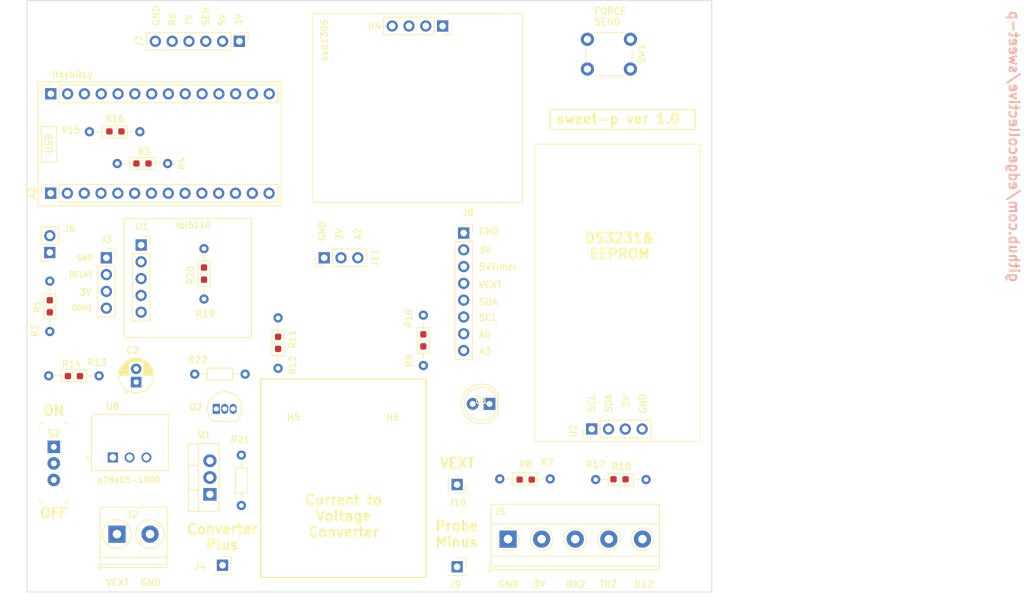
<source format=kicad_pcb>
(kicad_pcb (version 20240108) (generator "pcbnew") (generator_version "8.0")
  (layers (0 "F.Cu" signal) (31 "B.Cu" signal) (34 "B.Paste" user) (35 "F.Paste" user) (36 "B.SilkS" user "B.Silkscreen") (37 "F.SilkS" user "F.Silkscreen") (38 "B.Mask" user) (39 "F.Mask" user) (44 "Edge.Cuts" user))
  (net 0 "")
  (net 1 "PROBE_EN")
  (net 2 "A5")
  (net 3 "TX")
  (net 4 "RX")
  (net 5 "SAT_EN")
  (net 6 "GND")
  (net 7 "+3V3")
  (net 8 "SDA")
  (net 9 "SCL")
  (net 10 "MOSI")
  (net 11 "SCK")
  (net 12 "MISO")
  (net 13 "DONE")
  (net 14 "LED")
  (net 15 "VEXT")
  (net 17 "Net-(D1-A)")
  (net 18 "Net-(J3-Pin_2)")
  (net 19 "PROBE_A2")
  (net 20 "Net-(J4-Pin_1)")
  (net 22 "TX_A4")
  (net 23 "D12")
  (net 24 "5V_TIMER")
  (net 26 "RX_D2")
  (net 27 "ONEWIRE_11")
  (net 28 "BATT_A1")
  (net 29 "A3")
  (net 31 "VHI")
  (net 33 "Net-(Q1-G)")
  (net 34 "A0")
  (net 36 "5V_DC")
  (net 37 "Net-(U8-+VIN)")
  (net 38 "Net-(Q2-B)")
  (footprint "digikey-footprints:Switch_Slide_11.6x4mm_EG1218" (layer "F.Cu") (at -137.85 74.55 -90)
    (property "Reference" "S2" (at -2 0 0) (layer "F.SilkS"))
    (property "Value" "EG1218")
    (pad "1" thru_hole rect (at 0 0 270) (size 1.9 1.9) (drill 0.9) (layers "*.Cu" "*.Mask") (net 37 "Net-(U8-+VIN)"))
    (pad "2" thru_hole circle (at 2.5 0 270) (size 1.9 1.9) (drill 0.9) (layers "*.Cu" "*.Mask") (net 15 "VEXT"))
    (pad "3" thru_hole circle (at 5 0 270) (size 1.9 1.9) (drill 0.9) (layers "*.Cu" "*.Mask"))
  )
  (footprint "footprints:adafruit_tpl511x" (layer "F.Cu") (at -124.65 44.02)
    (property "Reference" "U1" (at 0.14 -2.8325 180) (layer "F.SilkS"))
    (property "Value" "adafruit_tpl511x")
    (pad "1" thru_hole rect (at 0 0) (size 1.7 1.7) (drill 1) (layers "*.Cu" "*.Mask") (net 36 "5V_DC"))
    (pad "2" thru_hole oval (at 0 2.54) (size 1.7 1.7) (drill 1) (layers "*.Cu" "*.Mask") (net 6 "GND"))
    (pad "3" thru_hole oval (at 0 5.08) (size 1.7 1.7) (drill 1) (layers "*.Cu" "*.Mask") (net 18 "Net-(J3-Pin_2)"))
    (pad "4" thru_hole oval (at 0 7.62) (size 1.7 1.7) (drill 1) (layers "*.Cu" "*.Mask") (net 24 "5V_TIMER"))
    (pad "5" thru_hole oval (at 0 10.16) (size 1.7 1.7) (drill 1) (layers "*.Cu" "*.Mask") (net 13 "DONE"))
  )
  (footprint "Resistor_THT:R_Axial_DIN0204_L3.6mm_D1.6mm_P7.62mm_Horizontal" (layer "F.Cu") (at -115.15 52.19 90)
    (property "Reference" "R19" (at -2.2475 0.19 0) (layer "F.SilkS"))
    (property "Value" "330")
    (pad "1" thru_hole circle (at 0 0 90) (size 1.4 1.4) (drill 0.7) (layers "*.Cu" "*.Mask") (net 13 "DONE"))
    (pad "2" thru_hole oval (at 7.62 0 90) (size 1.4 1.4) (drill 0.7) (layers "*.Cu" "*.Mask") (net 6 "GND"))
  )
  (footprint "LED_THT:LED_D5.0mm" (layer "F.Cu") (at -72 68.05 180)
    (property "Reference" "D1" (at 1.19 0.55 180) (layer "F.SilkS"))
    (property "Value" "LED")
    (pad "1" thru_hole rect (at 0 0 180) (size 1.8 1.8) (drill 0.9) (layers "*.Cu" "*.Mask") (net 6 "GND"))
    (pad "2" thru_hole circle (at 2.54 0 180) (size 1.8 1.8) (drill 0.9) (layers "*.Cu" "*.Mask") (net 17 "Net-(D1-A)"))
  )
  (footprint "MountingHole:MountingHole_3.2mm_M3" (layer "F.Cu") (at -101.6 74.3)
    (property "Reference" "H5" (at 0 -4.2 0) (layer "F.SilkS"))
    (property "Value" "MountingHole")
    (pad "" np_thru_hole circle (at 0 0) (size 3.2 3.2) (drill 3.2) (layers "*.Cu" "*.Mask"))
  )
  (footprint "MountingHole:MountingHole_3.2mm_M3" (layer "F.Cu") (at -41.9 93.1)
    (property "Reference" "H4" (hide yes))
    (property "Value" "MountingHole")
    (pad "" np_thru_hole circle (at 0 0) (size 3.2 3.2) (drill 3.2) (layers "*.Cu" "*.Mask"))
  )
  (footprint "Button_Switch_THT:SW_PUSH_6mm" (layer "F.Cu") (at -57.2 12.9)
    (property "Reference" "SW1" (at 8.2 2.2 90) (layer "F.SilkS"))
    (property "Value" "SW_Push")
    (pad "1" thru_hole circle (at 0 0 90) (size 2 2) (drill 1.1) (layers "*.Cu" "*.Mask") (net 2 "A5"))
    (pad "1" thru_hole circle (at 6.5 0 90) (size 2 2) (drill 1.1) (layers "*.Cu" "*.Mask") (net 2 "A5"))
    (pad "2" thru_hole circle (at 0 4.5 90) (size 2 2) (drill 1.1) (layers "*.Cu" "*.Mask") (net 6 "GND"))
    (pad "2" thru_hole circle (at 6.5 4.5 90) (size 2 2) (drill 1.1) (layers "*.Cu" "*.Mask") (net 6 "GND"))
  )
  (footprint "Connector_PinSocket_2.54mm:PinSocket_1x01_P2.54mm_Vertical" (layer "F.Cu") (at -112.35 92.45)
    (property "Reference" "J4" (at -3.4 0.2 0) (layer "F.SilkS"))
    (property "Value" "to '+' of converter")
    (pad "1" thru_hole rect (at 0 0) (size 1.7 1.7) (drill 1) (layers "*.Cu" "*.Mask") (net 20 "Net-(J4-Pin_1)"))
  )
  (footprint "TerminalBlock_Phoenix:TerminalBlock_Phoenix_PT-1,5-2-5.0-H_1x02_P5.00mm_Horizontal" (layer "F.Cu") (at -128.3 87.75)
    (property "Reference" "J2" (at 2.3 -2.975 0) (layer "F.SilkS"))
    (property "Value" "Screw_Terminal_01x02")
    (pad "1" thru_hole rect (at 0 0) (size 2.6 2.6) (drill 1.3) (layers "*.Cu" "*.Mask") (net 15 "VEXT"))
    (pad "2" thru_hole circle (at 5 0) (size 2.6 2.6) (drill 1.3) (layers "*.Cu" "*.Mask") (net 6 "GND"))
  )
  (footprint "Resistor_SMD:R_0603_1608Metric_Pad0.98x0.95mm_HandSolder" (layer "F.Cu") (at -134.81 63.844887 180)
    (property "Reference" "R14" (at 0.34 1.85 360) (layer "F.SilkS"))
    (property "Value" "100K")
    (pad "1" smd roundrect (at -0.9125 0 180) (size 0.975 0.95) (layers "F.Cu" "F.Paste" "F.Mask") (net 15 "VEXT"))
    (pad "2" smd roundrect (at 0.9125 0 180) (size 0.975 0.95) (layers "F.Cu" "F.Paste" "F.Mask") (net 28 "BATT_A1"))
  )
  (footprint "footprints:CONV_P78A05-1000" (layer "F.Cu") (at -128.93 76.15)
    (property "Reference" "U8" (at -0.035085 -7.702265 0) (layer "F.SilkS") (effects (font (size 1.002244 1.002244))))
    (property "Value" "P78A05-1000")
    (pad "1" thru_hole rect (at 0 0) (size 1.508 1.508) (drill 1) (layers "*.Cu" "*.Mask") (net 37 "Net-(U8-+VIN)"))
    (pad "2" thru_hole circle (at 2.54 0) (size 1.508 1.508) (drill 1) (layers "*.Cu" "*.Mask") (net 6 "GND"))
    (pad "3" thru_hole circle (at 5.08 0) (size 1.508 1.508) (drill 1) (layers "*.Cu" "*.Mask") (net 36 "5V_DC"))
  )
  (footprint "Capacitor_THT:CP_Radial_D5.0mm_P2.00mm" (layer "F.Cu") (at -125.4 64.75 90)
    (property "Reference" "C2" (at 4.805113 -0.5 180) (layer "F.SilkS"))
    (property "Value" "330uF")
    (pad "1" thru_hole rect (at 0 0 90) (size 1.6 1.6) (drill 0.8) (layers "*.Cu" "*.Mask") (net 24 "5V_TIMER"))
    (pad "2" thru_hole circle (at 2 0 90) (size 1.6 1.6) (drill 0.8) (layers "*.Cu" "*.Mask") (net 6 "GND"))
  )
  (footprint "Resistor_SMD:R_0603_1608Metric_Pad0.98x0.95mm_HandSolder" (layer "F.Cu") (at -115.15 48.34 90)
    (property "Reference" "R20" (at -0.2475 -2.01 90) (layer "F.SilkS"))
    (property "Value" "330")
    (pad "1" smd roundrect (at -0.9125 0 90) (size 0.975 0.95) (layers "F.Cu" "F.Paste" "F.Mask") (net 13 "DONE"))
    (pad "2" smd roundrect (at 0.9125 0 90) (size 0.975 0.95) (layers "F.Cu" "F.Paste" "F.Mask") (net 6 "GND"))
  )
  (footprint "MountingHole:MountingHole_3.2mm_M3" (layer "F.Cu") (at -138.45 93.1)
    (property "Reference" "H2" (hide yes))
    (property "Value" "MountingHole")
    (pad "" np_thru_hole circle (at 0 0) (size 3.2 3.2) (drill 3.2) (layers "*.Cu" "*.Mask"))
  )
  (footprint "Connector_PinSocket_2.54mm:PinSocket_1x01_P2.54mm_Vertical" (layer "F.Cu") (at -76.9 80.25 -90)
    (property "Reference" "J10" (at 2.7 -0.05 0) (layer "F.SilkS"))
    (property "Value" "Conn_01x01_Socket")
    (pad "1" thru_hole rect (at 0 0 270) (size 1.7 1.7) (drill 1) (layers "*.Cu" "*.Mask") (net 15 "VEXT"))
  )
  (footprint "Connector_PinSocket_2.54mm:PinSocket_1x08_P2.54mm_Vertical" (layer "F.Cu") (at -75.9 42.2)
    (property "Reference" "J8" (at 0.65 -3.1 360) (layer "F.SilkS"))
    (property "Value" "Conn_01x08_Socket")
    (pad "1" thru_hole rect (at 0 0) (size 1.7 1.7) (drill 1) (layers "*.Cu" "*.Mask") (net 6 "GND"))
    (pad "2" thru_hole oval (at 0 2.54) (size 1.7 1.7) (drill 1) (layers "*.Cu" "*.Mask") (net 7 "+3V3"))
    (pad "3" thru_hole oval (at 0 5.08) (size 1.7 1.7) (drill 1) (layers "*.Cu" "*.Mask") (net 24 "5V_TIMER"))
    (pad "4" thru_hole oval (at 0 7.62) (size 1.7 1.7) (drill 1) (layers "*.Cu" "*.Mask") (net 15 "VEXT"))
    (pad "5" thru_hole oval (at 0 10.16) (size 1.7 1.7) (drill 1) (layers "*.Cu" "*.Mask") (net 8 "SDA"))
    (pad "6" thru_hole oval (at 0 12.7) (size 1.7 1.7) (drill 1) (layers "*.Cu" "*.Mask") (net 9 "SCL"))
    (pad "7" thru_hole oval (at 0 15.24) (size 1.7 1.7) (drill 1) (layers "*.Cu" "*.Mask") (net 34 "A0"))
    (pad "8" thru_hole oval (at 0 17.78) (size 1.7 1.7) (drill 1) (layers "*.Cu" "*.Mask") (net 29 "A3"))
  )
  (footprint "MountingHole:MountingHole_3.2mm_M3" (layer "F.Cu") (at -138.35 10.6)
    (property "Reference" "H1" (hide yes))
    (property "Value" "MountingHole")
    (pad "" np_thru_hole circle (at 0 0) (size 3.2 3.2) (drill 3.2) (layers "*.Cu" "*.Mask"))
  )
  (footprint "Resistor_THT:R_Axial_DIN0204_L3.6mm_D1.6mm_P7.62mm_Horizontal" (layer "F.Cu") (at -55.95 79.5)
    (property "Reference" "R17" (at -0.05 -2.3 180) (layer "F.SilkS"))
    (property "Value" "4.7K")
    (pad "1" thru_hole circle (at 0 0) (size 1.4 1.4) (drill 0.7) (layers "*.Cu" "*.Mask") (net 5 "SAT_EN"))
    (pad "2" thru_hole oval (at 7.62 0) (size 1.4 1.4) (drill 0.7) (layers "*.Cu" "*.Mask") (net 6 "GND"))
  )
  (footprint "Resistor_SMD:R_0603_1608Metric_Pad0.98x0.95mm_HandSolder" (layer "F.Cu") (at -124.45 31.685)
    (property "Reference" "R3" (at 0.2 -1.8 360) (layer "F.SilkS"))
    (property "Value" "10K")
    (pad "1" smd roundrect (at -0.9125 0) (size 0.975 0.95) (layers "F.Cu" "F.Paste" "F.Mask") (net 7 "+3V3"))
    (pad "2" smd roundrect (at 0.9125 0) (size 0.975 0.95) (layers "F.Cu" "F.Paste" "F.Mask") (net 2 "A5"))
  )
  (footprint "Resistor_THT:R_Axial_DIN0204_L3.6mm_D1.6mm_P7.62mm_Horizontal" (layer "F.Cu") (at -131 63.794887 180)
    (property "Reference" "R13" (at 0.3 2 180) (layer "F.SilkS"))
    (property "Value" "100K")
    (pad "1" thru_hole circle (at 0 0 180) (size 1.4 1.4) (drill 0.7) (layers "*.Cu" "*.Mask") (net 15 "VEXT"))
    (pad "2" thru_hole oval (at 7.62 0 180) (size 1.4 1.4) (drill 0.7) (layers "*.Cu" "*.Mask") (net 28 "BATT_A1"))
  )
  (footprint "Resistor_SMD:R_0603_1608Metric_Pad0.98x0.95mm_HandSolder" (layer "F.Cu") (at -52.35 79.45)
    (property "Reference" "R18" (at 0.27 -1.95 360) (layer "F.SilkS"))
    (property "Value" "4.7K")
    (pad "1" smd roundrect (at -0.9125 0) (size 0.975 0.95) (layers "F.Cu" "F.Paste" "F.Mask") (net 5 "SAT_EN"))
    (pad "2" smd roundrect (at 0.9125 0) (size 0.975 0.95) (layers "F.Cu" "F.Paste" "F.Mask") (net 6 "GND"))
  )
  (footprint "Connector_PinSocket_2.54mm:PinSocket_1x02_P2.54mm_Vertical" (layer "F.Cu") (at -138.45 45.15 180)
    (property "Reference" "J6" (at -3 3.59 360) (layer "F.SilkS"))
    (property "Value" "Conn_01x02_Socket")
    (pad "1" thru_hole rect (at 0 0 180) (size 1.7 1.7) (drill 1) (layers "*.Cu" "*.Mask") (net 18 "Net-(J3-Pin_2)"))
    (pad "2" thru_hole oval (at 0 2.54 180) (size 1.7 1.7) (drill 1) (layers "*.Cu" "*.Mask") (net 6 "GND"))
  )
  (footprint "Connector_PinSocket_2.54mm:PinSocket_1x01_P2.54mm_Vertical" (layer "F.Cu") (at -76.9 92.7)
    (property "Reference" "J9" (at -0.25 2.65 0) (layer "F.SilkS"))
    (property "Value" "to '-' of probe")
    (pad "1" thru_hole rect (at 0 0) (size 1.7 1.7) (drill 1) (layers "*.Cu" "*.Mask"))
  )
  (footprint "MountingHole:MountingHole_3.2mm_M3" (layer "F.Cu") (at -42.15 10.6)
    (property "Reference" "H3" (hide yes))
    (property "Value" "MountingHole")
    (pad "" np_thru_hole circle (at 0 0) (size 3.2 3.2) (drill 3.2) (layers "*.Cu" "*.Mask"))
  )
  (footprint "Connector_PinSocket_2.54mm:PinSocket_1x04_P2.54mm_Vertical" (layer "F.Cu") (at -129.9 45.95)
    (property "Reference" "J3" (at 0 -2.77 0) (layer "F.SilkS"))
    (property "Value" "Conn_01x04_Female")
    (pad "1" thru_hole rect (at 0 0) (size 1.7 1.7) (drill 1) (layers "*.Cu" "*.Mask") (net 6 "GND"))
    (pad "2" thru_hole oval (at 0 2.54) (size 1.7 1.7) (drill 1) (layers "*.Cu" "*.Mask") (net 18 "Net-(J3-Pin_2)"))
    (pad "3" thru_hole oval (at 0 5.08) (size 1.7 1.7) (drill 1) (layers "*.Cu" "*.Mask") (net 7 "+3V3"))
    (pad "4" thru_hole oval (at 0 7.62) (size 1.7 1.7) (drill 1) (layers "*.Cu" "*.Mask") (net 13 "DONE"))
  )
  (footprint "Package_TO_SOT_THT:TO-220-3_Vertical" (layer "F.Cu") (at -114.25 81.73 90)
    (property "Reference" "Q1" (at 9.05 -0.87 180) (layer "F.SilkS"))
    (property "Value" "IRF4905")
    (pad "1" thru_hole rect (at 0 0 90) (size 1.905 2) (drill 1.1) (layers "*.Cu" "*.Mask") (net 33 "Net-(Q1-G)"))
    (pad "2" thru_hole oval (at 2.54 0 90) (size 1.905 2) (drill 1.1) (layers "*.Cu" "*.Mask") (net 20 "Net-(J4-Pin_1)"))
    (pad "3" thru_hole oval (at 5.08 0 90) (size 1.905 2) (drill 1.1) (layers "*.Cu" "*.Mask") (net 15 "VEXT"))
  )
  (footprint "Resistor_THT:R_Axial_DIN0204_L3.6mm_D1.6mm_P7.62mm_Horizontal" (layer "F.Cu") (at -62.83 79.4 180)
    (property "Reference" "R7" (at 0.42 2.5 360) (layer "F.SilkS"))
    (property "Value" "4.7K")
    (pad "1" thru_hole circle (at 0 0 180) (size 1.4 1.4) (drill 0.7) (layers "*.Cu" "*.Mask") (net 14 "LED"))
    (pad "2" thru_hole oval (at 7.62 0 180) (size 1.4 1.4) (drill 0.7) (layers "*.Cu" "*.Mask") (net 17 "Net-(D1-A)"))
  )
  (footprint "Resistor_SMD:R_0603_1608Metric_Pad0.98x0.95mm_HandSolder" (layer "F.Cu") (at -138.45 53.2875 90)
    (property "Reference" "R1" (at -0.01 -1.9 90) (layer "F.SilkS"))
    (property "Value" "4.7K")
    (pad "1" smd roundrect (at -0.9125 0 90) (size 0.975 0.95) (layers "F.Cu" "F.Paste" "F.Mask") (net 18 "Net-(J3-Pin_2)"))
    (pad "2" smd roundrect (at 0.9125 0 90) (size 0.975 0.95) (layers "F.Cu" "F.Paste" "F.Mask") (net 6 "GND"))
  )
  (footprint "Resistor_THT:R_Axial_DIN0204_L3.6mm_D1.6mm_P7.62mm_Horizontal" (layer "F.Cu") (at -103.95 62.6575 90)
    (property "Reference" "R12" (at 0.45 2.2 90) (layer "F.SilkS"))
    (property "Value" "4.7K")
    (pad "1" thru_hole circle (at 0 0 90) (size 1.4 1.4) (drill 0.7) (layers "*.Cu" "*.Mask") (net 7 "+3V3"))
    (pad "2" thru_hole oval (at 7.62 0 90) (size 1.4 1.4) (drill 0.7) (layers "*.Cu" "*.Mask") (net 9 "SCL"))
  )
  (footprint "Resistor_SMD:R_0603_1608Metric_Pad0.98x0.95mm_HandSolder" (layer "F.Cu") (at -128.54 26.835 180)
    (property "Reference" "R16" (at 0.075 1.925 360) (layer "F.SilkS"))
    (property "Value" "100K")
    (pad "1" smd roundrect (at -0.9125 0 180) (size 0.975 0.95) (layers "F.Cu" "F.Paste" "F.Mask") (net 28 "BATT_A1"))
    (pad "2" smd roundrect (at 0.9125 0 180) (size 0.975 0.95) (layers "F.Cu" "F.Paste" "F.Mask") (net 6 "GND"))
  )
  (footprint "footprints:itsybitsy" (layer "F.Cu") (at -138.33 36.185 90)
    (property "Reference" "A2" (at 0 -2.77 90) (layer "F.SilkS"))
    (property "Value" "itsybitsy_nrf52840_express")
    (fp_text user "USB" (at 5.9 0.3 90) (layer "F.SilkS") (effects (justify left bottom)))
    (pad "1" thru_hole rect (at 0 0 90) (size 1.7 1.7) (drill 1) (layers "*.Cu" "*.Mask"))
    (pad "2" thru_hole oval (at 0 2.54 90) (size 1.7 1.7) (drill 1) (layers "*.Cu" "*.Mask") (net 7 "+3V3"))
    (pad "3" thru_hole oval (at 0 5.08 90) (size 1.7 1.7) (drill 1) (layers "*.Cu" "*.Mask"))
    (pad "4" thru_hole oval (at 0 7.62 90) (size 1.7 1.7) (drill 1) (layers "*.Cu" "*.Mask") (net 31 "VHI"))
    (pad "5" thru_hole oval (at 0 10.16 90) (size 1.7 1.7) (drill 1) (layers "*.Cu" "*.Mask") (net 34 "A0"))
    (pad "6" thru_hole oval (at 0 12.7 90) (size 1.7 1.7) (drill 1) (layers "*.Cu" "*.Mask") (net 28 "BATT_A1"))
    (pad "7" thru_hole oval (at 0 15.24 90) (size 1.7 1.7) (drill 1) (layers "*.Cu" "*.Mask") (net 19 "PROBE_A2"))
    (pad "8" thru_hole oval (at 0 17.78 90) (size 1.7 1.7) (drill 1) (layers "*.Cu" "*.Mask") (net 29 "A3"))
    (pad "9" thru_hole oval (at 0 20.32 90) (size 1.7 1.7) (drill 1) (layers "*.Cu" "*.Mask") (net 22 "TX_A4"))
    (pad "10" thru_hole oval (at 0 22.86 90) (size 1.7 1.7) (drill 1) (layers "*.Cu" "*.Mask") (net 2 "A5"))
    (pad "11" thru_hole oval (at 0 25.4 90) (size 1.7 1.7) (drill 1) (layers "*.Cu" "*.Mask") (net 11 "SCK"))
    (pad "12" thru_hole oval (at 0 27.94 90) (size 1.7 1.7) (drill 1) (layers "*.Cu" "*.Mask") (net 10 "MOSI"))
    (pad "13" thru_hole oval (at 0 30.48 90) (size 1.7 1.7) (drill 1) (layers "*.Cu" "*.Mask") (net 12 "MISO"))
    (pad "14" thru_hole oval (at 0 33.02 90) (size 1.7 1.7) (drill 1) (layers "*.Cu" "*.Mask") (net 26 "RX_D2"))
    (pad "15" thru_hole oval (at 15.035 33.05 90) (size 1.7 1.7) (drill 1) (layers "*.Cu" "*.Mask") (net 4 "RX"))
    (pad "16" thru_hole oval (at 15.035 30.51 90) (size 1.7 1.7) (drill 1) (layers "*.Cu" "*.Mask") (net 3 "TX"))
    (pad "17" thru_hole oval (at 15.035 27.97 90) (size 1.7 1.7) (drill 1) (layers "*.Cu" "*.Mask") (net 8 "SDA"))
    (pad "18" thru_hole oval (at 15.035 25.43 90) (size 1.7 1.7) (drill 1) (layers "*.Cu" "*.Mask") (net 9 "SCL"))
    (pad "19" thru_hole oval (at 15.035 22.89 90) (size 1.7 1.7) (drill 1) (layers "*.Cu" "*.Mask"))
    (pad "20" thru_hole oval (at 15.035 20.35 90) (size 1.7 1.7) (drill 1) (layers "*.Cu" "*.Mask") (net 13 "DONE"))
    (pad "21" thru_hole oval (at 15.035 17.81 90) (size 1.7 1.7) (drill 1) (layers "*.Cu" "*.Mask") (net 5 "SAT_EN"))
    (pad "22" thru_hole oval (at 15.035 15.27 90) (size 1.7 1.7) (drill 1) (layers "*.Cu" "*.Mask") (net 1 "PROBE_EN"))
    (pad "23" thru_hole oval (at 15.035 12.73 90) (size 1.7 1.7) (drill 1) (layers "*.Cu" "*.Mask") (net 27 "ONEWIRE_11"))
    (pad "24" thru_hole oval (at 15.035 10.19 90) (size 1.7 1.7) (drill 1) (layers "*.Cu" "*.Mask") (net 23 "D12"))
    (pad "25" thru_hole oval (at 15.035 7.65 90) (size 1.7 1.7) (drill 1) (layers "*.Cu" "*.Mask") (net 14 "LED"))
    (pad "26" thru_hole oval (at 15.035 5.11 90) (size 1.7 1.7) (drill 1) (layers "*.Cu" "*.Mask"))
    (pad "27" thru_hole oval (at 15.035 2.57 90) (size 1.7 1.7) (drill 1) (layers "*.Cu" "*.Mask") (net 6 "GND"))
    (pad "28" thru_hole rect (at 15.035 0.03 90) (size 1.7 1.7) (drill 1) (layers "*.Cu" "*.Mask") (net 24 "5V_TIMER"))
  )
  (footprint "Resistor_THT:R_Axial_DIN0204_L3.6mm_D1.6mm_P7.62mm_Horizontal" (layer "F.Cu") (at -138.45 57.1 90)
    (property "Reference" "R2" (at 0.12 -2.25 90) (layer "F.SilkS"))
    (property "Value" "4.7K")
    (pad "1" thru_hole circle (at 0 0 90) (size 1.4 1.4) (drill 0.7) (layers "*.Cu" "*.Mask") (net 18 "Net-(J3-Pin_2)"))
    (pad "2" thru_hole oval (at 7.62 0 90) (size 1.4 1.4) (drill 0.7) (layers "*.Cu" "*.Mask") (net 6 "GND"))
  )
  (footprint "Connector_PinHeader_2.54mm:PinHeader_1x06_P2.54mm_Vertical" (layer "F.Cu") (at -109.8 13.2 -90)
    (property "Reference" "J7" (at 0 15.1 90) (layer "F.SilkS"))
    (property "Value" "Conn_01x06_Pin")
    (pad "1" thru_hole rect (at 0 0 270) (size 1.7 1.7) (drill 1) (layers "*.Cu" "*.Mask") (net 7 "+3V3"))
    (pad "2" thru_hole oval (at 0 2.54 270) (size 1.7 1.7) (drill 1) (layers "*.Cu" "*.Mask") (net 36 "5V_DC"))
    (pad "3" thru_hole oval (at 0 5.08 270) (size 1.7 1.7) (drill 1) (layers "*.Cu" "*.Mask") (net 5 "SAT_EN"))
    (pad "4" thru_hole oval (at 0 7.62 270) (size 1.7 1.7) (drill 1) (layers "*.Cu" "*.Mask") (net 3 "TX"))
    (pad "5" thru_hole oval (at 0 10.16 270) (size 1.7 1.7) (drill 1) (layers "*.Cu" "*.Mask") (net 4 "RX"))
    (pad "6" thru_hole oval (at 0 12.7 270) (size 1.7 1.7) (drill 1) (layers "*.Cu" "*.Mask") (net 6 "GND"))
  )
  (footprint "footprints:ds3231_amazon" (layer "F.Cu") (at -56.55 71.85 90)
    (property "Reference" "U2" (at -0.3 -2.83 90) (layer "F.SilkS"))
    (property "Value" "~")
    (pad "1" thru_hole rect (at 0 0 90) (size 1.7 1.7) (drill 1) (layers "*.Cu" "*.Mask") (net 9 "SCL"))
    (pad "2" thru_hole oval (at 0 2.54 90) (size 1.7 1.7) (drill 1) (layers "*.Cu" "*.Mask") (net 8 "SDA"))
    (pad "3" thru_hole oval (at 0 5.08 90) (size 1.7 1.7) (drill 1) (layers "*.Cu" "*.Mask") (net 7 "+3V3"))
    (pad "4" thru_hole oval (at 0 7.62 90) (size 1.7 1.7) (drill 1) (layers "*.Cu" "*.Mask") (net 6 "GND"))
  )
  (footprint "Resistor_THT:R_Axial_DIN0204_L3.6mm_D1.6mm_P7.62mm_Horizontal" (layer "F.Cu") (at -82 54.63 -90)
    (property "Reference" "R9" (at 6.9 2.15 90) (layer "F.SilkS"))
    (property "Value" "4.7K")
    (pad "1" thru_hole circle (at 0 0 270) (size 1.4 1.4) (drill 0.7) (layers "*.Cu" "*.Mask") (net 7 "+3V3"))
    (pad "2" thru_hole oval (at 7.62 0 270) (size 1.4 1.4) (drill 0.7) (layers "*.Cu" "*.Mask") (net 8 "SDA"))
  )
  (footprint "Resistor_THT:R_Axial_DIN0204_L3.6mm_D1.6mm_P7.62mm_Horizontal" (layer "F.Cu") (at -109.5 83.42 90)
    (property "Reference" "R21" (at 9.97 -0.2 360) (layer "F.SilkS"))
    (property "Value" "50K")
    (pad "1" thru_hole circle (at 0 0 90) (size 1.4 1.4) (drill 0.7) (layers "*.Cu" "*.Mask") (net 33 "Net-(Q1-G)"))
    (pad "2" thru_hole oval (at 7.62 0 90) (size 1.4 1.4) (drill 0.7) (layers "*.Cu" "*.Mask") (net 15 "VEXT"))
  )
  (footprint "Resistor_SMD:R_0603_1608Metric_Pad0.98x0.95mm_HandSolder" (layer "F.Cu") (at -82 58.44 -90)
    (property "Reference" "R10" (at -3.31 2.25 90) (layer "F.SilkS"))
    (property "Value" "4.7K")
    (pad "1" smd roundrect (at -0.9125 0 270) (size 0.975 0.95) (layers "F.Cu" "F.Paste" "F.Mask") (net 7 "+3V3"))
    (pad "2" smd roundrect (at 0.9125 0 270) (size 0.975 0.95) (layers "F.Cu" "F.Paste" "F.Mask") (net 8 "SDA"))
  )
  (footprint "Resistor_THT:R_Axial_DIN0204_L3.6mm_D1.6mm_P7.62mm_Horizontal" (layer "F.Cu") (at -108.93 63.55 180)
    (property "Reference" "R22" (at 7.15 2.15 360) (layer "F.SilkS"))
    (property "Value" "10K")
    (pad "1" thru_hole circle (at 0 0 180) (size 1.4 1.4) (drill 0.7) (layers "*.Cu" "*.Mask") (net 1 "PROBE_EN"))
    (pad "2" thru_hole oval (at 7.62 0 180) (size 1.4 1.4) (drill 0.7) (layers "*.Cu" "*.Mask") (net 38 "Net-(Q2-B)"))
  )
  (footprint "Connector_PinHeader_2.54mm:PinHeader_1x03_P2.54mm_Vertical" (layer "F.Cu") (at -96.98 45.95 90)
    (property "Reference" "J11" (at 0 7.68 90) (layer "F.SilkS"))
    (property "Value" "Conn_01x03_Pin")
    (pad "1" thru_hole rect (at 0 0 90) (size 1.7 1.7) (drill 1) (layers "*.Cu" "*.Mask") (net 6 "GND"))
    (pad "2" thru_hole oval (at 0 2.54 90) (size 1.7 1.7) (drill 1) (layers "*.Cu" "*.Mask") (net 7 "+3V3"))
    (pad "3" thru_hole oval (at 0 5.08 90) (size 1.7 1.7) (drill 1) (layers "*.Cu" "*.Mask") (net 19 "PROBE_A2"))
  )
  (footprint "MountingHole:MountingHole_3.2mm_M3" (layer "F.Cu") (at -86.6 74.3)
    (property "Reference" "H6" (at 0 -4.2 0) (layer "F.SilkS"))
    (property "Value" "MountingHole")
    (pad "" np_thru_hole circle (at 0 0) (size 3.2 3.2) (drill 3.2) (layers "*.Cu" "*.Mask"))
  )
  (footprint "Resistor_SMD:R_0603_1608Metric_Pad0.98x0.95mm_HandSolder" (layer "F.Cu") (at -66.53 79.5 180)
    (property "Reference" "R8" (at -0.03 2.3 360) (layer "F.SilkS"))
    (property "Value" "4.7K")
    (pad "1" smd roundrect (at -0.9125 0 180) (size 0.975 0.95) (layers "F.Cu" "F.Paste" "F.Mask") (net 14 "LED"))
    (pad "2" smd roundrect (at 0.9125 0 180) (size 0.975 0.95) (layers "F.Cu" "F.Paste" "F.Mask") (net 17 "Net-(D1-A)"))
  )
  (footprint "Resistor_SMD:R_0603_1608Metric_Pad0.98x0.95mm_HandSolder" (layer "F.Cu") (at -103.95 58.8125 90)
    (property "Reference" "R11" (at 0.555 2.2 90) (layer "F.SilkS"))
    (property "Value" "4.7K")
    (pad "1" smd roundrect (at -0.9125 0 90) (size 0.975 0.95) (layers "F.Cu" "F.Paste" "F.Mask") (net 7 "+3V3"))
    (pad "2" smd roundrect (at 0.9125 0 90) (size 0.975 0.95) (layers "F.Cu" "F.Paste" "F.Mask") (net 9 "SCL"))
  )
  (footprint "footprints:ssd1306_a" (layer "F.Cu") (at -79.09 10.8875 -90)
    (property "Reference" "U4" (at 0.05 10.3 0) (layer "F.SilkS"))
    (property "Value" "ssd1306")
    (pad "1" thru_hole oval (at 0 7.62 270) (size 1.7 1.7) (drill 1) (layers "*.Cu" "*.Mask") (net 6 "GND"))
    (pad "2" thru_hole oval (at 0 5.08 270) (size 1.7 1.7) (drill 1) (layers "*.Cu" "*.Mask") (net 7 "+3V3"))
    (pad "3" thru_hole oval (at 0 2.54 270) (size 1.7 1.7) (drill 1) (layers "*.Cu" "*.Mask") (net 9 "SCL"))
    (pad "4" thru_hole rect (at 0 0 270) (size 1.7 1.7) (drill 1) (layers "*.Cu" "*.Mask") (net 8 "SDA"))
  )
  (footprint "Resistor_THT:R_Axial_DIN0204_L3.6mm_D1.6mm_P7.62mm_Horizontal" (layer "F.Cu") (at -128.26 31.685)
    (property "Reference" "R4" (at 9.81 0 90) (layer "F.SilkS"))
    (property "Value" "10K")
    (pad "1" thru_hole circle (at 0 0) (size 1.4 1.4) (drill 0.7) (layers "*.Cu" "*.Mask") (net 7 "+3V3"))
    (pad "2" thru_hole oval (at 7.62 0) (size 1.4 1.4) (drill 0.7) (layers "*.Cu" "*.Mask") (net 2 "A5"))
  )
  (footprint "TerminalBlock_Phoenix:TerminalBlock_Phoenix_MKDS-1,5-5-5.08_1x05_P5.08mm_Horizontal" (layer "F.Cu") (at -69.2 88.5)
    (property "Reference" "J5" (at -1.25 -4.15 0) (layer "F.SilkS"))
    (property "Value" "Screw_Terminal_01x05")
    (pad "1" thru_hole rect (at 0 0) (size 2.6 2.6) (drill 1.3) (layers "*.Cu" "*.Mask") (net 6 "GND"))
    (pad "2" thru_hole circle (at 5.08 0) (size 2.6 2.6) (drill 1.3) (layers "*.Cu" "*.Mask") (net 7 "+3V3"))
    (pad "3" thru_hole circle (at 10.16 0) (size 2.6 2.6) (drill 1.3) (layers "*.Cu" "*.Mask") (net 26 "RX_D2"))
    (pad "4" thru_hole circle (at 15.24 0) (size 2.6 2.6) (drill 1.3) (layers "*.Cu" "*.Mask") (net 22 "TX_A4"))
    (pad "5" thru_hole circle (at 20.32 0) (size 2.6 2.6) (drill 1.3) (layers "*.Cu" "*.Mask") (net 23 "D12"))
  )
  (footprint "Package_TO_SOT_THT:TO-92_Inline" (layer "F.Cu") (at -113.29 68.8)
    (property "Reference" "Q2" (at -3.11 -0.25 180) (layer "F.SilkS"))
    (property "Value" "2N3904")
    (pad "1" thru_hole rect (at 0 0) (size 1.05 1.5) (drill 0.75) (layers "*.Cu" "*.Mask") (net 6 "GND"))
    (pad "2" thru_hole oval (at 1.27 0) (size 1.05 1.5) (drill 0.75) (layers "*.Cu" "*.Mask") (net 38 "Net-(Q2-B)"))
    (pad "3" thru_hole oval (at 2.54 0) (size 1.05 1.5) (drill 0.75) (layers "*.Cu" "*.Mask") (net 33 "Net-(Q1-G)"))
  )
  (footprint "Resistor_THT:R_Axial_DIN0204_L3.6mm_D1.6mm_P7.62mm_Horizontal" (layer "F.Cu") (at -124.84 26.885 180)
    (property "Reference" "R15" (at 10.45 0.25 360) (layer "F.SilkS"))
    (property "Value" "100K")
    (pad "1" thru_hole circle (at 0 0 180) (size 1.4 1.4) (drill 0.7) (layers "*.Cu" "*.Mask") (net 28 "BATT_A1"))
    (pad "2" thru_hole oval (at 7.62 0 180) (size 1.4 1.4) (drill 0.7) (layers "*.Cu" "*.Mask") (net 6 "GND"))
  )
  (gr_rect (start -62.85 23.55) (end -40.95 26.55) (stroke (width 0.15)) (fill none) (layer "F.SilkS"))
  (gr_rect (start -106.6 64.3) (end -81.6 94.3) (stroke (width 0.2)) (fill none) (layer "F.SilkS"))
  (gr_rect (start -141.9 7.05) (end -38.4 96.5) (stroke (width 0.1)) (fill none) (layer "Edge.Cuts"))
  (gr_text "github.com/edgecollective/sweet-p" (at 6.4 49.8 -90) (layer "B.SilkS") (effects (font (size 1.5 1.5) (thickness 0.3) (bold yes)) (justify left bottom mirror)))
  (gr_text "sweet-p ver 1.0" (at -62.1 25.8 0) (layer "F.SilkS") (effects (font (size 1.5 1.5) (thickness 0.3) (bold yes)) (justify left bottom)))
  (gr_text "3V" (at -94.1 43.35 90) (layer "F.SilkS") (effects (font (size 1 1)) (justify left bottom)))
  (gr_text "SCL" (at -56 69.45 90) (layer "F.SilkS") (effects (font (size 1 1)) (justify left bottom)))
  (gr_text "3V" (at -109.3 10.95 90) (layer "F.SilkS") (effects (font (size 1 1)) (justify left bottom)))
  (gr_text "p78a05-1000" (at -126.5 79.55 0) (layer "F.SilkS") (effects (font (size 0.9 0.9))))
  (gr_text "TX" (at -116.8 10.95 90) (layer "F.SilkS") (effects (font (size 1 1)) (justify left bottom)))
  (gr_text "GND" (at -48.2 69.65 90) (layer "F.SilkS") (effects (font (size 1 1)) (justify left bottom)))
  (gr_text "VEXT" (at -73.7 50.6 0) (layer "F.SilkS") (effects (font (size 1 1)) (justify left bottom)))
  (gr_text "DS3231&\nEEPROM" (at -52.3 46.25 0) (layer "F.SilkS") (effects (font (size 1.5 1.5) (thickness 0.3) (bold yes)) (justify bottom)))
  (gr_text "itsybitsy" (at -135.06 18.235 0) (layer "F.SilkS") (effects (font (size 1 1))))
  (gr_text "RX2" (at -60.48 95.9 0) (layer "F.SilkS") (effects (font (size 1 1)) (justify left bottom)))
  (gr_text "3V" (at -73.7 45.4 0) (layer "F.SilkS") (effects (font (size 1 1)) (justify left bottom)))
  (gr_text "3V" (at -50.8 68.65 90) (layer "F.SilkS") (effects (font (size 1 1)) (justify left bottom)))
  (gr_text "ON" (at -137.85 69.05 0) (layer "F.SilkS") (effects (font (size 1.5 1.5) (thickness 0.3))))
  (gr_text "5V" (at -111.8 10.95 90) (layer "F.SilkS") (effects (font (size 1 1)) (justify left bottom)))
  (gr_text "OFF" (at -137.85 84.55 0) (layer "F.SilkS") (effects (font (size 1.5 1.5) (thickness 0.3))))
  (gr_text "VEXT" (at -130.05 95.65 0) (layer "F.SilkS") (effects (font (size 1 1)) (justify left bottom)))
  (gr_text "GND" (at -121.8 10.95 90) (layer "F.SilkS") (effects (font (size 1 1)) (justify left bottom)))
  (gr_text "GND" (at -96.7 43.55 90) (layer "F.SilkS") (effects (font (size 1 1)) (justify left bottom)))
  (gr_text "GND" (at -124.8 95.65 0) (layer "F.SilkS") (effects (font (size 1 1)) (justify left bottom)))
  (gr_text "FORCE\nSEND" (at -56.25 10.85 0) (layer "F.SilkS") (effects (font (size 1 1)) (justify left bottom)))
  (gr_text "SCL" (at -73.7 55.6 0) (layer "F.SilkS") (effects (font (size 1 1)) (justify left bottom)))
  (gr_text "VEXT" (at -79.65 77.9 0) (layer "F.SilkS") (effects (font (size 1.5 1.5) (thickness 0.3) (bold yes)) (justify left bottom)))
  (gr_text "5VTimer" (at -73.7 47.9 0) (layer "F.SilkS") (effects (font (size 1 1)) (justify left bottom)))
  (gr_text "A2" (at -91.3 43.35 90) (layer "F.SilkS") (effects (font (size 1 1)) (justify left bottom)))
  (gr_text "A0" (at -73.7 58.2 0) (layer "F.SilkS") (effects (font (size 1 1)) (justify left bottom)))
  (gr_text "SEN" (at -114.3 10.95 90) (layer "F.SilkS") (effects (font (size 1 1)) (justify left bottom)))
  (gr_text "GND" (at -73.7 42.5 0) (layer "F.SilkS") (effects (font (size 1 1)) (justify left bottom)))
  (gr_text "3V" (at -65.48 95.9 0) (layer "F.SilkS") (effects (font (size 1 1)) (justify left bottom)))
  (gr_text "ssd1306" (at -96.96 13.0075 90) (layer "F.SilkS") (effects (font (size 1 1))))
  (gr_text "SDA" (at -53.4 69.45 90) (layer "F.SilkS") (effects (font (size 1 1)) (justify left bottom)))
  (gr_text "Probe\nMinus" (at -80.35 89.8 0) (layer "F.SilkS") (effects (font (size 1.5 1.5) (thickness 0.3) (bold yes)) (justify left bottom)))
  (gr_text "TX2" (at -55.48 95.9 0) (layer "F.SilkS") (effects (font (size 1 1)) (justify left bottom)))
  (gr_text "D12" (at -50.23 95.9 0) (layer "F.SilkS") (effects (font (size 1 1)) (justify left bottom)))
  (gr_text "DONE" (at -133.530953 53.5075 0) (layer "F.SilkS") (effects (font (size 0.8 0.8))))
  (gr_text "RX" (at -119.3 10.95 90) (layer "F.SilkS") (effects (font (size 1 1)) (justify left bottom)))
  (gr_text "tpl5110" (at -116.71 40.9875 0) (layer "F.SilkS") (effects (font (size 0.9 0.9))))
  (gr_text "Converter\nPlus" (at -112.4 90.25 0) (layer "F.SilkS") (effects (font (size 1.5 1.5) (thickness 0.3) (bold yes)) (justify bottom)))
  (gr_text "Current to\nVoltage\nConverter" (at -94.05 88.3 0) (layer "F.SilkS") (effects (font (size 1.5 1.5) (thickness 0.3) (bold yes)) (justify bottom)))
  (gr_text "GND" (at -133.15 45.95 0) (layer "F.SilkS") (effects (font (size 0.8 0.8))))
  (gr_text "3V" (at -134.05 51.75 0) (layer "F.SilkS") (effects (font (size 1 1)) (justify left bottom)))
  (gr_text "GND" (at -70.73 95.9 0) (layer "F.SilkS") (effects (font (size 1 1)) (justify left bottom)))
  (gr_text "A3" (at -73.7 60.7 0) (layer "F.SilkS") (effects (font (size 1 1)) (justify left bottom)))
  (gr_text "DELAY" (at -133.75 48.45 0) (layer "F.SilkS") (effects (font (size 0.8 0.8))))
  (gr_text "SDA" (at -73.7 53.2 0) (layer "F.SilkS") (effects (font (size 1 1)) (justify left bottom)))
)
</source>
